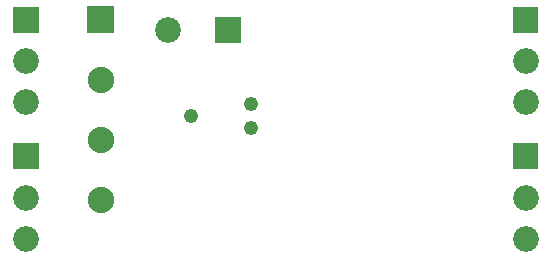
<source format=gbr>
G04 start of page 8 for group -4062 idx -4062 *
G04 Title: (unknown), soldermask *
G04 Creator: pcb 20110918 *
G04 CreationDate: Sun 01 Jun 2014 04:29:41 PM GMT UTC *
G04 For: ndholmes *
G04 Format: Gerber/RS-274X *
G04 PCB-Dimensions: 210000 95000 *
G04 PCB-Coordinate-Origin: lower left *
%MOIN*%
%FSLAX25Y25*%
%LNBOTTOMMASK*%
%ADD65C,0.0490*%
%ADD64C,0.0880*%
%ADD63C,0.0860*%
%ADD62C,0.0001*%
G54D62*G36*
X16873Y89245D02*Y80645D01*
X25473D01*
Y89245D01*
X16873D01*
G37*
G54D63*X21173Y71165D03*
Y57386D03*
G54D64*X46000Y65000D03*
G54D62*G36*
X16873Y43745D02*Y35145D01*
X25473D01*
Y43745D01*
X16873D01*
G37*
G54D63*X21173Y25665D03*
Y11886D03*
G54D64*X46000Y45000D03*
Y25000D03*
G54D62*G36*
X183373Y43745D02*Y35145D01*
X191973D01*
Y43745D01*
X183373D01*
G37*
G54D63*X187673Y25665D03*
Y11886D03*
G54D62*G36*
X183373Y89245D02*Y80645D01*
X191973D01*
Y89245D01*
X183373D01*
G37*
G36*
X41600Y89400D02*Y80600D01*
X50400D01*
Y89400D01*
X41600D01*
G37*
G54D63*X187673Y71165D03*
Y57386D03*
G54D62*G36*
X84200Y85800D02*Y77200D01*
X92800D01*
Y85800D01*
X84200D01*
G37*
G54D63*X68500Y81500D03*
G54D65*X76000Y53000D03*
X96000Y57000D03*
Y49000D03*
M02*

</source>
